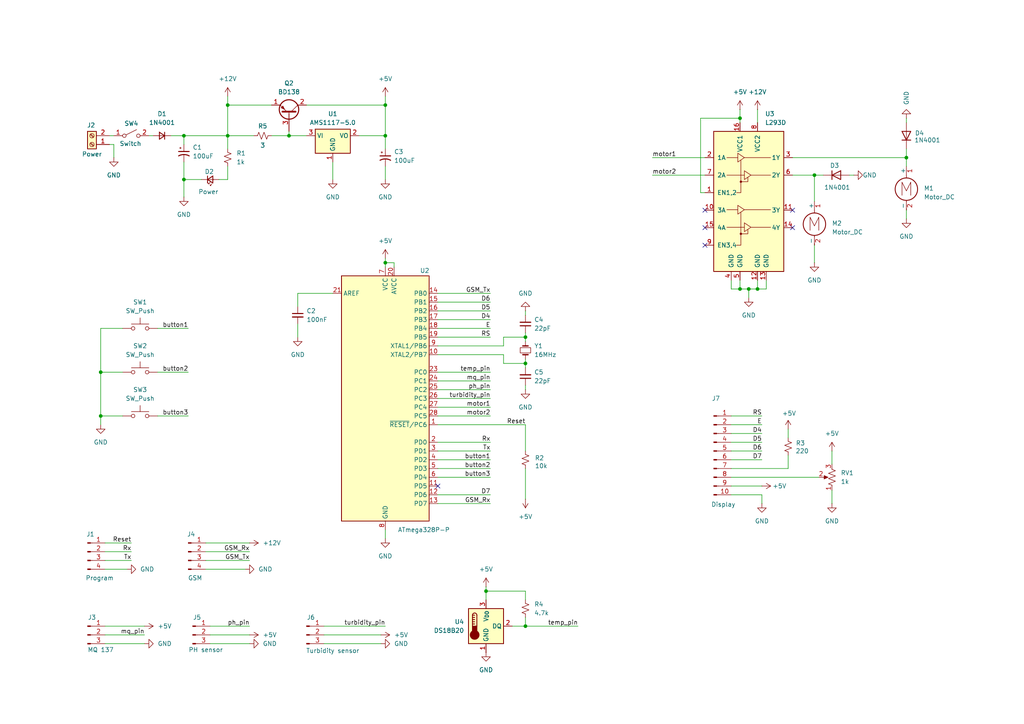
<source format=kicad_sch>
(kicad_sch (version 20231120) (generator "eeschema") (generator_version "8.0")
  (paper "A4")
  (lib_symbols
    (symbol "Connector:Conn_01x03_Pin" (pin_names (offset 1.016) hide)
      (property "Reference" "J" (at 0 5.08 0))
      (property "Value" "Conn_01x03_Pin" (at 0 -5.08 0))
      (symbol "Conn_01x03_Pin_1_1"
        (polyline (pts (xy 1.27 -2.54) (xy 0.8636 -2.54)) (stroke (width 0.1524)))
        (polyline (pts (xy 1.27 0) (xy 0.8636 0)) (stroke (width 0.1524)))
        (polyline (pts (xy 1.27 2.54) (xy 0.8636 2.54)) (stroke (width 0.1524)))
        (rectangle (start 0.8636 -2.413) (end 0 -2.667) (stroke (width 0.1524)) (fill (type outline)))
        (rectangle (start 0.8636 0.127) (end 0 -0.127) (stroke (width 0.1524)) (fill (type outline)))
        (rectangle (start 0.8636 2.667) (end 0 2.413) (stroke (width 0.1524)) (fill (type outline)))
        (pin passive line (at 5.08 2.54 180) (length 3.81) (name "Pin_1") (number "1"))
        (pin passive line (at 5.08 0 180) (length 3.81) (name "Pin_2") (number "2"))
        (pin passive line (at 5.08 -2.54 180) (length 3.81) (name "Pin_3") (number "3"))
      )
    )
    (symbol "Connector:Conn_01x04_Pin" (pin_names (offset 1.016) hide)
      (property "Reference" "J" (at 0 5.08 0))
      (property "Value" "Conn_01x04_Pin" (at 0 -7.62 0))
      (symbol "Conn_01x04_Pin_1_1"
        (polyline (pts (xy 1.27 -5.08) (xy 0.8636 -5.08)) (stroke (width 0.1524)))
        (polyline (pts (xy 1.27 -2.54) (xy 0.8636 -2.54)) (stroke (width 0.1524)))
        (polyline (pts (xy 1.27 0) (xy 0.8636 0)) (stroke (width 0.1524)))
        (polyline (pts (xy 1.27 2.54) (xy 0.8636 2.54)) (stroke (width 0.1524)))
        (rectangle (start 0.8636 -4.953) (end 0 -5.207) (stroke (width 0.1524)) (fill (type outline)))
        (rectangle (start 0.8636 -2.413) (end 0 -2.667) (stroke (width 0.1524)) (fill (type outline)))
        (rectangle (start 0.8636 0.127) (end 0 -0.127) (stroke (width 0.1524)) (fill (type outline)))
        (rectangle (start 0.8636 2.667) (end 0 2.413) (stroke (width 0.1524)) (fill (type outline)))
        (pin passive line (at 5.08 2.54 180) (length 3.81) (name "Pin_1") (number "1"))
        (pin passive line (at 5.08 0 180) (length 3.81) (name "Pin_2") (number "2"))
        (pin passive line (at 5.08 -2.54 180) (length 3.81) (name "Pin_3") (number "3"))
        (pin passive line (at 5.08 -5.08 180) (length 3.81) (name "Pin_4") (number "4"))
      )
    )
    (symbol "Connector:Conn_01x10_Pin" (pin_names (offset 1.016) hide)
      (property "Reference" "J" (at 0 12.7 0))
      (property "Value" "Conn_01x10_Pin" (at 0 -15.24 0))
      (symbol "Conn_01x10_Pin_1_1"
        (polyline (pts (xy 1.27 -12.7) (xy 0.8636 -12.7)) (stroke (width 0.1524)))
        (polyline (pts (xy 1.27 -10.16) (xy 0.8636 -10.16)) (stroke (width 0.1524)))
        (polyline (pts (xy 1.27 -7.62) (xy 0.8636 -7.62)) (stroke (width 0.1524)))
        (polyline (pts (xy 1.27 -5.08) (xy 0.8636 -5.08)) (stroke (width 0.1524)))
        (polyline (pts (xy 1.27 -2.54) (xy 0.8636 -2.54)) (stroke (width 0.1524)))
        (polyline (pts (xy 1.27 0) (xy 0.8636 0)) (stroke (width 0.1524)))
        (polyline (pts (xy 1.27 2.54) (xy 0.8636 2.54)) (stroke (width 0.1524)))
        (polyline (pts (xy 1.27 5.08) (xy 0.8636 5.08)) (stroke (width 0.1524)))
        (polyline (pts (xy 1.27 7.62) (xy 0.8636 7.62)) (stroke (width 0.1524)))
        (polyline (pts (xy 1.27 10.16) (xy 0.8636 10.16)) (stroke (width 0.1524)))
        (rectangle (start 0.8636 -12.573) (end 0 -12.827) (stroke (width 0.1524)) (fill (type outline)))
        (rectangle (start 0.8636 -10.033) (end 0 -10.287) (stroke (width 0.1524)) (fill (type outline)))
        (rectangle (start 0.8636 -7.493) (end 0 -7.747) (stroke (width 0.1524)) (fill (type outline)))
        (rectangle (start 0.8636 -4.953) (end 0 -5.207) (stroke (width 0.1524)) (fill (type outline)))
        (rectangle (start 0.8636 -2.413) (end 0 -2.667) (stroke (width 0.1524)) (fill (type outline)))
        (rectangle (start 0.8636 0.127) (end 0 -0.127) (stroke (width 0.1524)) (fill (type outline)))
        (rectangle (start 0.8636 2.667) (end 0 2.413) (stroke (width 0.1524)) (fill (type outline)))
        (rectangle (start 0.8636 5.207) (end 0 4.953) (stroke (width 0.1524)) (fill (type outline)))
        (rectangle (start 0.8636 7.747) (end 0 7.493) (stroke (width 0.1524)) (fill (type outline)))
        (rectangle (start 0.8636 10.287) (end 0 10.033) (stroke (width 0.1524)) (fill (type outline)))
        (pin passive line (at 5.08 10.16 180) (length 3.81) (name "Pin_1") (number "1"))
        (pin passive line (at 5.08 -12.7 180) (length 3.81) (name "Pin_10") (number "10"))
        (pin passive line (at 5.08 7.62 180) (length 3.81) (name "Pin_2") (number "2"))
        (pin passive line (at 5.08 5.08 180) (length 3.81) (name "Pin_3") (number "3"))
        (pin passive line (at 5.08 2.54 180) (length 3.81) (name "Pin_4") (number "4"))
        (pin passive line (at 5.08 0 180) (length 3.81) (name "Pin_5") (number "5"))
        (pin passive line (at 5.08 -2.54 180) (length 3.81) (name "Pin_6") (number "6"))
        (pin passive line (at 5.08 -5.08 180) (length 3.81) (name "Pin_7") (number "7"))
        (pin passive line (at 5.08 -7.62 180) (length 3.81) (name "Pin_8") (number "8"))
        (pin passive line (at 5.08 -10.16 180) (length 3.81) (name "Pin_9") (number "9"))
      )
    )
    (symbol "Connector:Screw_Terminal_01x02" (pin_names (offset 1.016) hide)
      (property "Reference" "J" (at 0 2.54 0))
      (property "Value" "Screw_Terminal_01x02" (at 0 -5.08 0))
      (symbol "Screw_Terminal_01x02_1_1"
        (rectangle (start -1.27 1.27) (end 1.27 -3.81) (stroke (width 0.254)) (fill (type background)))
        (circle (center 0 -2.54) (radius 0.635) (stroke (width 0.1524)))
        (polyline (pts (xy -0.5334 -2.2098) (xy 0.3302 -3.048)) (stroke (width 0.1524)))
        (polyline (pts (xy -0.5334 0.3302) (xy 0.3302 -0.508)) (stroke (width 0.1524)))
        (polyline (pts (xy -0.3556 -2.032) (xy 0.508 -2.8702)) (stroke (width 0.1524)))
        (polyline (pts (xy -0.3556 0.508) (xy 0.508 -0.3302)) (stroke (width 0.1524)))
        (circle (center 0 0) (radius 0.635) (stroke (width 0.1524)))
        (pin passive line (at -5.08 0 0) (length 3.81) (name "Pin_1") (number "1"))
        (pin passive line (at -5.08 -2.54 0) (length 3.81) (name "Pin_2") (number "2"))
      )
    )
    (symbol "Device:C_Polarized_Small_US" (pin_numbers hide) (pin_names (offset 0.254) hide)
      (property "Reference" "C" (at 0.254 1.778 0))
      (property "Value" "C_Polarized_Small_US" (at 0.254 -2.032 0))
      (symbol "C_Polarized_Small_US_0_1"
        (polyline (pts (xy -1.524 0.508) (xy 1.524 0.508)) (stroke (width 0.3048)))
        (polyline (pts (xy -1.27 1.524) (xy -0.762 1.524)))
        (polyline (pts (xy -1.016 1.27) (xy -1.016 1.778)))
        (arc (start 1.524 -0.762) (mid 0 -0.3734) (end -1.524 -0.762) (stroke (width 0.3048)))
      )
      (symbol "C_Polarized_Small_US_1_1"
        (pin passive line (at 0 2.54 270) (length 2.032) (name "~") (number "1"))
        (pin passive line (at 0 -2.54 90) (length 2.032) (name "~") (number "2"))
      )
    )
    (symbol "Device:C_Small" (pin_numbers hide) (pin_names (offset 0.254) hide)
      (property "Reference" "C" (at 0.254 1.778 0))
      (property "Value" "C_Small" (at 0.254 -2.032 0))
      (symbol "C_Small_0_1"
        (polyline (pts (xy -1.524 -0.508) (xy 1.524 -0.508)) (stroke (width 0.3302)))
        (polyline (pts (xy -1.524 0.508) (xy 1.524 0.508)) (stroke (width 0.3048)))
      )
      (symbol "C_Small_1_1"
        (pin passive line (at 0 2.54 270) (length 2.032) (name "~") (number "1"))
        (pin passive line (at 0 -2.54 90) (length 2.032) (name "~") (number "2"))
      )
    )
    (symbol "Device:Crystal_Small" (pin_numbers hide) (pin_names (offset 1.016) hide)
      (property "Reference" "Y" (at 0 2.54 0))
      (property "Value" "Crystal_Small" (at 0 -2.54 0))
      (symbol "Crystal_Small_0_1"
        (rectangle (start -0.762 -1.524) (end 0.762 1.524))
        (polyline (pts (xy -1.27 -0.762) (xy -1.27 0.762)) (stroke (width 0.381)))
        (polyline (pts (xy 1.27 -0.762) (xy 1.27 0.762)) (stroke (width 0.381)))
      )
      (symbol "Crystal_Small_1_1"
        (pin passive line (at -2.54 0 0) (length 1.27) (name "1") (number "1"))
        (pin passive line (at 2.54 0 180) (length 1.27) (name "2") (number "2"))
      )
    )
    (symbol "Device:D_Small" (pin_numbers hide) (pin_names (offset 0.254) hide)
      (property "Reference" "D" (at -1.27 2.032 0))
      (property "Value" "D_Small" (at -3.81 -2.032 0))
      (symbol "D_Small_0_1"
        (polyline (pts (xy -0.762 -1.016) (xy -0.762 1.016)) (stroke (width 0.254)))
        (polyline (pts (xy -0.762 0) (xy 0.762 0)))
        (polyline (pts (xy 0.762 -1.016) (xy -0.762 0) (xy 0.762 1.016) (xy 0.762 -1.016)) (stroke (width 0.254)))
      )
      (symbol "D_Small_1_1"
        (pin passive line (at -2.54 0 0) (length 1.778) (name "K") (number "1"))
        (pin passive line (at 2.54 0 180) (length 1.778) (name "A") (number "2"))
      )
    )
    (symbol "Device:LED_Small" (pin_numbers hide) (pin_names (offset 0.254) hide)
      (property "Reference" "D" (at -1.27 3.175 0))
      (property "Value" "LED_Small" (at -4.445 -2.54 0))
      (symbol "LED_Small_0_1"
        (polyline (pts (xy -0.762 -1.016) (xy -0.762 1.016)) (stroke (width 0.254)))
        (polyline (pts (xy 1.016 0) (xy -0.762 0)))
        (polyline (pts (xy 0.762 -1.016) (xy -0.762 0) (xy 0.762 1.016) (xy 0.762 -1.016)) (stroke (width 0.254)))
        (polyline (pts (xy 0 0.762) (xy -0.508 1.27) (xy -0.254 1.27) (xy -0.508 1.27) (xy -0.508 1.016)))
        (polyline (pts (xy 0.508 1.27) (xy 0 1.778) (xy 0.254 1.778) (xy 0 1.778) (xy 0 1.524)))
      )
      (symbol "LED_Small_1_1"
        (pin passive line (at -2.54 0 0) (length 1.778) (name "K") (number "1"))
        (pin passive line (at 2.54 0 180) (length 1.778) (name "A") (number "2"))
      )
    )
    (symbol "Device:R_Potentiometer_US" (pin_names (offset 1.016) hide)
      (property "Reference" "RV" (at -4.445 0 90))
      (property "Value" "R_Potentiometer_US" (at -2.54 0 90))
      (symbol "R_Potentiometer_US_0_1"
        (polyline (pts (xy 0 -2.286) (xy 0 -2.54)))
        (polyline (pts (xy 0 2.54) (xy 0 2.286)))
        (polyline (pts (xy 2.54 0) (xy 1.524 0)))
        (polyline (pts (xy 1.143 0) (xy 2.286 0.508) (xy 2.286 -0.508) (xy 1.143 0)) (fill (type outline)))
        (polyline (pts (xy 0 -0.762) (xy 1.016 -1.143) (xy 0 -1.524) (xy -1.016 -1.905) (xy 0 -2.286)))
        (polyline (pts (xy 0 0.762) (xy 1.016 0.381) (xy 0 0) (xy -1.016 -0.381) (xy 0 -0.762)))
        (polyline (pts (xy 0 2.286) (xy 1.016 1.905) (xy 0 1.524) (xy -1.016 1.143) (xy 0 0.762)))
      )
      (symbol "R_Potentiometer_US_1_1"
        (pin passive line (at 0 3.81 270) (length 1.27) (name "1") (number "1"))
        (pin passive line (at 3.81 0 180) (length 1.27) (name "2") (number "2"))
        (pin passive line (at 0 -3.81 90) (length 1.27) (name "3") (number "3"))
      )
    )
    (symbol "Device:R_Small_US" (pin_numbers hide) (pin_names (offset 0.254) hide)
      (property "Reference" "R" (at 0.762 0.508 0))
      (property "Value" "R_Small_US" (at 0.762 -1.016 0))
      (symbol "R_Small_US_1_1"
        (polyline (pts (xy 0 0) (xy 1.016 -0.381) (xy 0 -0.762) (xy -1.016 -1.143) (xy 0 -1.524)))
        (polyline (pts (xy 0 1.524) (xy 1.016 1.143) (xy 0 0.762) (xy -1.016 0.381) (xy 0 0)))
        (pin passive line (at 0 2.54 270) (length 1.016) (name "~") (number "1"))
        (pin passive line (at 0 -2.54 90) (length 1.016) (name "~") (number "2"))
      )
    )
    (symbol "Diode:1N4001" (pin_numbers hide) (pin_names hide)
      (property "Reference" "D" (at 0 2.54 0))
      (property "Value" "1N4001" (at 0 -2.54 0))
      (symbol "1N4001_0_1"
        (polyline (pts (xy -1.27 1.27) (xy -1.27 -1.27)) (stroke (width 0.254)))
        (polyline (pts (xy 1.27 0) (xy -1.27 0)))
        (polyline (pts (xy 1.27 1.27) (xy 1.27 -1.27) (xy -1.27 0) (xy 1.27 1.27)) (stroke (width 0.254)))
      )
      (symbol "1N4001_1_1"
        (pin passive line (at -3.81 0 0) (length 2.54) (name "K") (number "1"))
        (pin passive line (at 3.81 0 180) (length 2.54) (name "A") (number "2"))
      )
    )
    (symbol "Driver_Motor:L293D" (pin_names (offset 1.016))
      (property "Reference" "U" (at -5.08 26.035 0))
      (property "Value" "L293D" (at -5.08 24.13 0))
      (symbol "L293D_0_1"
        (rectangle (start -10.16 22.86) (end 10.16 -17.78) (stroke (width 0.254)) (fill (type background)))
        (circle (center -2.286 -6.858) (radius 0.254) (fill (type outline)))
        (circle (center -2.286 8.255) (radius 0.254) (fill (type outline)))
        (polyline (pts (xy -6.35 -4.953) (xy -1.27 -4.953)))
        (polyline (pts (xy -6.35 0.127) (xy -3.175 0.127)))
        (polyline (pts (xy -6.35 10.16) (xy -1.27 10.16)))
        (polyline (pts (xy -6.35 15.24) (xy -3.175 15.24)))
        (polyline (pts (xy -1.27 0.127) (xy 6.35 0.127)))
        (polyline (pts (xy -1.27 15.24) (xy 6.35 15.24)))
        (polyline (pts (xy 0.635 -4.953) (xy 6.35 -4.953)))
        (polyline (pts (xy 0.635 10.16) (xy 6.35 10.16)))
        (polyline (pts (xy -2.286 -6.858) (xy -0.254 -6.858) (xy -0.254 -5.588)))
        (polyline (pts (xy -2.286 -0.635) (xy -2.286 -10.16) (xy -3.556 -10.16)))
        (polyline (pts (xy -2.286 8.255) (xy -0.254 8.255) (xy -0.254 9.525)))
        (polyline (pts (xy -2.286 14.478) (xy -2.286 5.08) (xy -3.556 5.08)))
        (polyline (pts (xy -3.175 1.397) (xy -3.175 -1.143) (xy -1.27 0.127) (xy -3.175 1.397)))
        (polyline (pts (xy -3.175 16.51) (xy -3.175 13.97) (xy -1.27 15.24) (xy -3.175 16.51)))
        (polyline (pts (xy -1.27 -3.683) (xy -1.27 -6.223) (xy 0.635 -4.953) (xy -1.27 -3.683)))
        (polyline (pts (xy -1.27 11.43) (xy -1.27 8.89) (xy 0.635 10.16) (xy -1.27 11.43)))
      )
      (symbol "L293D_1_1"
        (pin input line (at -12.7 5.08 0) (length 2.54) (name "EN1,2") (number "1"))
        (pin input line (at -12.7 0 0) (length 2.54) (name "3A") (number "10"))
        (pin output line (at 12.7 0 180) (length 2.54) (name "3Y") (number "11"))
        (pin power_in line (at 2.54 -20.32 90) (length 2.54) (name "GND") (number "12"))
        (pin power_in line (at 5.08 -20.32 90) (length 2.54) (name "GND") (number "13"))
        (pin output line (at 12.7 -5.08 180) (length 2.54) (name "4Y") (number "14"))
        (pin input line (at -12.7 -5.08 0) (length 2.54) (name "4A") (number "15"))
        (pin power_in line (at -2.54 25.4 270) (length 2.54) (name "VCC1") (number "16"))
        (pin input line (at -12.7 15.24 0) (length 2.54) (name "1A") (number "2"))
        (pin output line (at 12.7 15.24 180) (length 2.54) (name "1Y") (number "3"))
        (pin power_in line (at -5.08 -20.32 90) (length 2.54) (name "GND") (number "4"))
        (pin power_in line (at -2.54 -20.32 90) (length 2.54) (name "GND") (number "5"))
        (pin output line (at 12.7 10.16 180) (length 2.54) (name "2Y") (number "6"))
        (pin input line (at -12.7 10.16 0) (length 2.54) (name "2A") (number "7"))
        (pin power_in line (at 2.54 25.4 270) (length 2.54) (name "VCC2") (number "8"))
        (pin input line (at -12.7 -10.16 0) (length 2.54) (name "EN3,4") (number "9"))
      )
    )
    (symbol "MCU_Microchip_ATmega:ATmega328P-P"
      (property "Reference" "U" (at -12.7 36.83 0))
      (property "Value" "ATmega328P-P" (at 2.54 -36.83 0))
      (symbol "ATmega328P-P_0_1"
        (rectangle (start -12.7 -35.56) (end 12.7 35.56) (stroke (width 0.254)) (fill (type background)))
      )
      (symbol "ATmega328P-P_1_1"
        (pin bidirectional line (at 15.24 -7.62 180) (length 2.54) (name "~{RESET}/PC6") (number "1"))
        (pin bidirectional line (at 15.24 12.7 180) (length 2.54) (name "XTAL2/PB7") (number "10"))
        (pin bidirectional line (at 15.24 -25.4 180) (length 2.54) (name "PD5") (number "11"))
        (pin bidirectional line (at 15.24 -27.94 180) (length 2.54) (name "PD6") (number "12"))
        (pin bidirectional line (at 15.24 -30.48 180) (length 2.54) (name "PD7") (number "13"))
        (pin bidirectional line (at 15.24 30.48 180) (length 2.54) (name "PB0") (number "14"))
        (pin bidirectional line (at 15.24 27.94 180) (length 2.54) (name "PB1") (number "15"))
        (pin bidirectional line (at 15.24 25.4 180) (length 2.54) (name "PB2") (number "16"))
        (pin bidirectional line (at 15.24 22.86 180) (length 2.54) (name "PB3") (number "17"))
        (pin bidirectional line (at 15.24 20.32 180) (length 2.54) (name "PB4") (number "18"))
        (pin bidirectional line (at 15.24 17.78 180) (length 2.54) (name "PB5") (number "19"))
        (pin bidirectional line (at 15.24 -12.7 180) (length 2.54) (name "PD0") (number "2"))
        (pin power_in line (at 2.54 38.1 270) (length 2.54) (name "AVCC") (number "20"))
        (pin passive line (at -15.24 30.48 0) (length 2.54) (name "AREF") (number "21"))
        (pin passive line (at 0 -38.1 90) (length 2.54) hide (name "GND") (number "22"))
        (pin bidirectional line (at 15.24 7.62 180) (length 2.54) (name "PC0") (number "23"))
        (pin bidirectional line (at 15.24 5.08 180) (length 2.54) (name "PC1") (number "24"))
        (pin bidirectional line (at 15.24 2.54 180) (length 2.54) (name "PC2") (number "25"))
        (pin bidirectional line (at 15.24 0 180) (length 2.54) (name "PC3") (number "26"))
        (pin bidirectional line (at 15.24 -2.54 180) (length 2.54) (name "PC4") (number "27"))
        (pin bidirectional line (at 15.24 -5.08 180) (length 2.54) (name "PC5") (number "28"))
        (pin bidirectional line (at 15.24 -15.24 180) (length 2.54) (name "PD1") (number "3"))
        (pin bidirectional line (at 15.24 -17.78 180) (length 2.54) (name "PD2") (number "4"))
        (pin bidirectional line (at 15.24 -20.32 180) (length 2.54) (name "PD3") (number "5"))
        (pin bidirectional line (at 15.24 -22.86 180) (length 2.54) (name "PD4") (number "6"))
        (pin power_in line (at 0 38.1 270) (length 2.54) (name "VCC") (number "7"))
        (pin power_in line (at 0 -38.1 90) (length 2.54) (name "GND") (number "8"))
        (pin bidirectional line (at 15.24 15.24 180) (length 2.54) (name "XTAL1/PB6") (number "9"))
      )
    )
    (symbol "Motor:Motor_DC" (pin_names (offset 0))
      (property "Reference" "M" (at 2.54 2.54 0))
      (property "Value" "Motor_DC" (at 2.54 -5.08 0))
      (symbol "Motor_DC_0_0"
        (polyline (pts (xy -1.27 -3.302) (xy -1.27 0.508) (xy 0 -2.032) (xy 1.27 0.508) (xy 1.27 -3.302)))
      )
      (symbol "Motor_DC_0_1"
        (circle (center 0 -1.524) (radius 3.2512) (stroke (width 0.254)))
        (polyline (pts (xy 0 -7.62) (xy 0 -7.112)))
        (polyline (pts (xy 0 -4.7752) (xy 0 -5.1816)))
        (polyline (pts (xy 0 1.7272) (xy 0 2.0828)))
        (polyline (pts (xy 0 2.032) (xy 0 2.54)))
      )
      (symbol "Motor_DC_1_1"
        (pin passive line (at 0 5.08 270) (length 2.54) (name "+") (number "1"))
        (pin passive line (at 0 -7.62 90) (length 2.54) (name "-") (number "2"))
      )
    )
    (symbol "Regulator_Linear:AMS1117-5.0"
      (property "Reference" "U" (at -3.81 3.175 0))
      (property "Value" "AMS1117-5.0" (at 0 3.175 0))
      (symbol "AMS1117-5.0_0_1"
        (rectangle (start -5.08 -5.08) (end 5.08 1.905) (stroke (width 0.254)) (fill (type background)))
      )
      (symbol "AMS1117-5.0_1_1"
        (pin power_in line (at 0 -7.62 90) (length 2.54) (name "GND") (number "1"))
        (pin power_out line (at 7.62 0 180) (length 2.54) (name "VO") (number "2"))
        (pin power_in line (at -7.62 0 0) (length 2.54) (name "VI") (number "3"))
      )
    )
    (symbol "Sensor_Temperature:DS18B20"
      (property "Reference" "U" (at -3.81 6.35 0))
      (property "Value" "DS18B20" (at 6.35 6.35 0))
      (symbol "DS18B20_0_1"
        (rectangle (start -5.08 5.08) (end 5.08 -5.08) (stroke (width 0.254)) (fill (type background)))
        (circle (center -3.302 -2.54) (radius 1.27) (stroke (width 0.254)) (fill (type outline)))
        (rectangle (start -2.667 -1.905) (end -3.937 0) (stroke (width 0.254)) (fill (type outline)))
        (arc (start -2.667 3.175) (mid -3.302 3.8073) (end -3.937 3.175) (stroke (width 0.254)))
        (polyline (pts (xy -3.937 0.635) (xy -3.302 0.635)) (stroke (width 0.254)))
        (polyline (pts (xy -3.937 1.27) (xy -3.302 1.27)) (stroke (width 0.254)))
        (polyline (pts (xy -3.937 1.905) (xy -3.302 1.905)) (stroke (width 0.254)))
        (polyline (pts (xy -3.937 2.54) (xy -3.302 2.54)) (stroke (width 0.254)))
        (polyline (pts (xy -3.937 3.175) (xy -3.937 0)) (stroke (width 0.254)))
        (polyline (pts (xy -3.937 3.175) (xy -3.302 3.175)) (stroke (width 0.254)))
        (polyline (pts (xy -2.667 3.175) (xy -2.667 0)) (stroke (width 0.254)))
      )
      (symbol "DS18B20_1_1"
        (pin power_in line (at 0 -7.62 90) (length 2.54) (name "GND") (number "1"))
        (pin bidirectional line (at 7.62 0 180) (length 2.54) (name "DQ") (number "2"))
        (pin power_in line (at 0 7.62 270) (length 2.54) (name "V_{DD}") (number "3"))
      )
    )
    (symbol "Switch:SW_Push" (pin_numbers hide) (pin_names (offset 1.016) hide)
      (property "Reference" "SW" (at 1.27 2.54 0))
      (property "Value" "SW_Push" (at 0 -1.524 0))
      (symbol "SW_Push_0_1"
        (circle (center -2.032 0) (radius 0.508))
        (polyline (pts (xy 0 1.27) (xy 0 3.048)))
        (polyline (pts (xy 2.54 1.27) (xy -2.54 1.27)))
        (circle (center 2.032 0) (radius 0.508))
        (pin passive line (at -5.08 0 0) (length 2.54) (name "1") (number "1"))
        (pin passive line (at 5.08 0 180) (length 2.54) (name "2") (number "2"))
      )
    )
    (symbol "Switch:SW_SPST" (pin_names (offset 0) hide)
      (property "Reference" "SW" (at 0 3.175 0))
      (property "Value" "SW_SPST" (at 0 -2.54 0))
      (symbol "SW_SPST_0_0"
        (circle (center -2.032 0) (radius 0.508))
        (polyline (pts (xy -1.524 0.254) (xy 1.524 1.778)))
        (circle (center 2.032 0) (radius 0.508))
      )
      (symbol "SW_SPST_1_1"
        (pin passive line (at -5.08 0 0) (length 2.54) (name "A") (number "1"))
        (pin passive line (at 5.08 0 180) (length 2.54) (name "B") (number "2"))
      )
    )
    (symbol "Transistor_BJT:BD138" (pin_names (offset 0) hide)
      (property "Reference" "Q" (at 5.08 1.905 0))
      (property "Value" "BD138" (at 5.08 0 0))
      (symbol "BD138_0_1"
        (polyline (pts (xy 0 0) (xy 0.635 0)))
        (polyline (pts (xy 2.54 -2.54) (xy 0.635 -0.635)))
        (polyline (pts (xy 2.54 2.54) (xy 0.635 0.635)))
        (polyline (pts (xy 0.635 1.905) (xy 0.635 -1.905) (xy 0.635 -1.905)) (stroke (width 0.508)) (fill (type outline)))
        (polyline (pts (xy 1.778 -2.286) (xy 2.286 -1.778) (xy 1.27 -1.27) (xy 1.778 -2.286) (xy 1.778 -2.286)) (fill (type outline)))
        (circle (center 1.27 0) (radius 2.8194) (stroke (width 0.3048)))
      )
      (symbol "BD138_1_1"
        (pin passive line (at 2.54 -5.08 90) (length 2.54) (name "E") (number "1"))
        (pin passive line (at 2.54 5.08 270) (length 2.54) (name "C") (number "2"))
        (pin input line (at -5.08 0 0) (length 5.08) (name "B") (number "3"))
      )
    )
    (symbol "power:+12V" (power) (pin_numbers hide) (pin_names (offset 0) hide)
      (property "Value" "+12V" (at 0 3.556 0))
      (symbol "+12V_0_1"
        (polyline (pts (xy -0.762 1.27) (xy 0 2.54)))
        (polyline (pts (xy 0 0) (xy 0 2.54)))
        (polyline (pts (xy 0 2.54) (xy 0.762 1.27)))
      )
      (symbol "+12V_1_1"
        (pin power_in line (at 0 0 90) (length 0) (name "~") (number "1"))
      )
    )
    (symbol "power:+5V" (power) (pin_numbers hide) (pin_names (offset 0) hide)
      (property "Value" "+5V" (at 0 3.556 0))
      (symbol "+5V_0_1"
        (polyline (pts (xy -0.762 1.27) (xy 0 2.54)))
        (polyline (pts (xy 0 0) (xy 0 2.54)))
        (polyline (pts (xy 0 2.54) (xy 0.762 1.27)))
      )
      (symbol "+5V_1_1"
        (pin power_in line (at 0 0 90) (length 0) (name "~") (number "1"))
      )
    )
    (symbol "power:GND" (power) (pin_numbers hide) (pin_names (offset 0) hide)
      (property "Value" "GND" (at 0 -3.81 0))
      (symbol "GND_0_1"
        (polyline (pts (xy 0 0) (xy 0 -1.27) (xy 1.27 -1.27) (xy 0 -2.54) (xy -1.27 -1.27) (xy 0 -1.27)))
      )
      (symbol "GND_1_1"
        (pin power_in line (at 0 0 270) (length 0) (name "~") (number "1"))
      )
    )
  )
  (junction (at 66.04 39.37))
  (junction (at 111.76 76.2))
  (junction (at 53.34 39.37))
  (junction (at 214.63 83.82))
  (junction (at 111.76 30.48))
  (junction (at 262.89 45.72))
  (junction (at 66.04 30.48))
  (junction (at 29.21 107.95))
  (junction (at 152.4 105.41))
  (junction (at 152.4 181.61))
  (junction (at 29.21 120.65))
  (junction (at 83.82 39.37))
  (junction (at 236.22 50.8))
  (junction (at 214.63 34.29))
  (junction (at 217.17 83.82))
  (junction (at 152.4 97.79))
  (junction (at 140.97 171.45))
  (junction (at 219.71 83.82))
  (junction (at 53.34 52.07))
  (junction (at 111.76 39.37))
  (no_connect (at 204.47 66.04))
  (no_connect (at 204.47 60.96))
  (no_connect (at 229.87 66.04))
  (no_connect (at 204.47 71.12))
  (no_connect (at 229.87 60.96))
  (no_connect (at 127 140.97))
  (wire (pts (xy 127 123.19) (xy 152.4 123.19)))
  (wire (pts (xy 127 138.43) (xy 142.24 138.43)))
  (wire (pts (xy 59.69 162.56) (xy 72.39 162.56)))
  (wire (pts (xy 152.4 104.14) (xy 152.4 105.41)))
  (wire (pts (xy 53.34 39.37) (xy 53.34 41.91)))
  (wire (pts (xy 111.76 153.67) (xy 111.76 156.21)))
  (wire (pts (xy 214.63 81.28) (xy 214.63 83.82)))
  (wire (pts (xy 152.4 111.76) (xy 152.4 113.03)))
  (wire (pts (xy 219.71 81.28) (xy 219.71 83.82)))
  (wire (pts (xy 30.48 181.61) (xy 41.91 181.61)))
  (wire (pts (xy 59.69 165.1) (xy 71.12 165.1)))
  (wire (pts (xy 127 115.57) (xy 142.24 115.57)))
  (wire (pts (xy 83.82 38.1) (xy 83.82 39.37)))
  (wire (pts (xy 212.09 138.43) (xy 237.49 138.43)))
  (wire (pts (xy 127 133.35) (xy 142.24 133.35)))
  (wire (pts (xy 59.69 160.02) (xy 72.39 160.02)))
  (wire (pts (xy 30.48 157.48) (xy 38.1 157.48)))
  (wire (pts (xy 60.96 184.15) (xy 72.39 184.15)))
  (wire (pts (xy 220.98 143.51) (xy 212.09 143.51)))
  (wire (pts (xy 53.34 39.37) (xy 66.04 39.37)))
  (wire (pts (xy 212.09 140.97) (xy 220.98 140.97)))
  (wire (pts (xy 127 92.71) (xy 142.24 92.71)))
  (wire (pts (xy 241.3 142.24) (xy 241.3 146.05)))
  (wire (pts (xy 189.23 45.72) (xy 204.47 45.72)))
  (wire (pts (xy 29.21 95.25) (xy 29.21 107.95)))
  (wire (pts (xy 43.18 39.37) (xy 44.45 39.37)))
  (wire (pts (xy 241.3 130.81) (xy 241.3 134.62)))
  (wire (pts (xy 152.4 135.89) (xy 152.4 144.78)))
  (wire (pts (xy 29.21 120.65) (xy 35.56 120.65)))
  (wire (pts (xy 53.34 52.07) (xy 53.34 46.99)))
  (wire (pts (xy 212.09 128.27) (xy 220.98 128.27)))
  (wire (pts (xy 96.52 46.99) (xy 96.52 52.07)))
  (wire (pts (xy 127 143.51) (xy 142.24 143.51)))
  (wire (pts (xy 86.36 85.09) (xy 86.36 88.9)))
  (wire (pts (xy 140.97 170.18) (xy 140.97 171.45)))
  (wire (pts (xy 146.05 97.79) (xy 146.05 100.33)))
  (wire (pts (xy 60.96 181.61) (xy 72.39 181.61)))
  (wire (pts (xy 152.4 96.52) (xy 152.4 97.79)))
  (wire (pts (xy 53.34 52.07) (xy 53.34 57.15)))
  (wire (pts (xy 212.09 125.73) (xy 220.98 125.73)))
  (wire (pts (xy 262.89 34.29) (xy 262.89 35.56)))
  (wire (pts (xy 86.36 93.98) (xy 86.36 97.79)))
  (wire (pts (xy 104.14 39.37) (xy 111.76 39.37)))
  (wire (pts (xy 59.69 157.48) (xy 72.39 157.48)))
  (wire (pts (xy 30.48 186.69) (xy 41.91 186.69)))
  (wire (pts (xy 146.05 102.87) (xy 146.05 105.41)))
  (wire (pts (xy 111.76 48.26) (xy 111.76 52.07)))
  (wire (pts (xy 262.89 60.96) (xy 262.89 63.5)))
  (wire (pts (xy 114.3 76.2) (xy 111.76 76.2)))
  (wire (pts (xy 111.76 27.94) (xy 111.76 30.48)))
  (wire (pts (xy 127 107.95) (xy 142.24 107.95)))
  (wire (pts (xy 152.4 123.19) (xy 152.4 130.81)))
  (wire (pts (xy 60.96 186.69) (xy 72.39 186.69)))
  (wire (pts (xy 212.09 123.19) (xy 220.98 123.19)))
  (wire (pts (xy 222.25 81.28) (xy 222.25 83.82)))
  (wire (pts (xy 152.4 90.17) (xy 152.4 91.44)))
  (wire (pts (xy 30.48 160.02) (xy 38.1 160.02)))
  (wire (pts (xy 127 118.11) (xy 142.24 118.11)))
  (wire (pts (xy 127 130.81) (xy 142.24 130.81)))
  (wire (pts (xy 212.09 130.81) (xy 220.98 130.81)))
  (wire (pts (xy 31.75 41.91) (xy 33.02 41.91)))
  (wire (pts (xy 236.22 50.8) (xy 236.22 58.42)))
  (wire (pts (xy 58.42 52.07) (xy 53.34 52.07)))
  (wire (pts (xy 152.4 181.61) (xy 167.64 181.61)))
  (wire (pts (xy 127 97.79) (xy 142.24 97.79)))
  (wire (pts (xy 93.98 186.69) (xy 110.49 186.69)))
  (wire (pts (xy 83.82 39.37) (xy 88.9 39.37)))
  (wire (pts (xy 33.02 39.37) (xy 31.75 39.37)))
  (wire (pts (xy 127 95.25) (xy 142.24 95.25)))
  (wire (pts (xy 127 135.89) (xy 142.24 135.89)))
  (wire (pts (xy 228.6 127) (xy 228.6 124.46)))
  (wire (pts (xy 219.71 83.82) (xy 222.25 83.82)))
  (wire (pts (xy 30.48 184.15) (xy 41.91 184.15)))
  (wire (pts (xy 236.22 71.12) (xy 236.22 76.2)))
  (wire (pts (xy 127 146.05) (xy 142.24 146.05)))
  (wire (pts (xy 88.9 30.48) (xy 111.76 30.48)))
  (wire (pts (xy 96.52 85.09) (xy 86.36 85.09)))
  (wire (pts (xy 229.87 50.8) (xy 236.22 50.8)))
  (wire (pts (xy 220.98 146.05) (xy 220.98 143.51)))
  (wire (pts (xy 93.98 181.61) (xy 111.76 181.61)))
  (wire (pts (xy 189.23 50.8) (xy 204.47 50.8)))
  (wire (pts (xy 127 90.17) (xy 142.24 90.17)))
  (wire (pts (xy 29.21 107.95) (xy 29.21 120.65)))
  (wire (pts (xy 212.09 133.35) (xy 220.98 133.35)))
  (wire (pts (xy 127 87.63) (xy 142.24 87.63)))
  (wire (pts (xy 212.09 81.28) (xy 212.09 83.82)))
  (wire (pts (xy 204.47 55.88) (xy 203.2 55.88)))
  (wire (pts (xy 33.02 41.91) (xy 33.02 45.72)))
  (wire (pts (xy 45.72 120.65) (xy 54.61 120.65)))
  (wire (pts (xy 30.48 165.1) (xy 36.83 165.1)))
  (wire (pts (xy 203.2 55.88) (xy 203.2 34.29)))
  (wire (pts (xy 35.56 95.25) (xy 29.21 95.25)))
  (wire (pts (xy 152.4 97.79) (xy 152.4 99.06)))
  (wire (pts (xy 212.09 135.89) (xy 228.6 135.89)))
  (wire (pts (xy 45.72 95.25) (xy 54.61 95.25)))
  (wire (pts (xy 127 85.09) (xy 142.24 85.09)))
  (wire (pts (xy 127 120.65) (xy 142.24 120.65)))
  (wire (pts (xy 152.4 171.45) (xy 140.97 171.45)))
  (wire (pts (xy 127 113.03) (xy 142.24 113.03)))
  (wire (pts (xy 111.76 76.2) (xy 111.76 74.93)))
  (wire (pts (xy 45.72 107.95) (xy 54.61 107.95)))
  (wire (pts (xy 217.17 83.82) (xy 219.71 83.82)))
  (wire (pts (xy 66.04 39.37) (xy 66.04 43.18)))
  (wire (pts (xy 247.65 50.8) (xy 246.38 50.8)))
  (wire (pts (xy 236.22 50.8) (xy 238.76 50.8)))
  (wire (pts (xy 203.2 34.29) (xy 214.63 34.29)))
  (wire (pts (xy 152.4 179.07) (xy 152.4 181.61)))
  (wire (pts (xy 29.21 107.95) (xy 35.56 107.95)))
  (wire (pts (xy 152.4 97.79) (xy 146.05 97.79)))
  (wire (pts (xy 66.04 39.37) (xy 73.66 39.37)))
  (wire (pts (xy 93.98 184.15) (xy 110.49 184.15)))
  (wire (pts (xy 111.76 76.2) (xy 111.76 77.47)))
  (wire (pts (xy 66.04 30.48) (xy 78.74 30.48)))
  (wire (pts (xy 63.5 52.07) (xy 66.04 52.07)))
  (wire (pts (xy 29.21 120.65) (xy 29.21 123.19)))
  (wire (pts (xy 229.87 45.72) (xy 262.89 45.72)))
  (wire (pts (xy 30.48 162.56) (xy 38.1 162.56)))
  (wire (pts (xy 146.05 100.33) (xy 127 100.33)))
  (wire (pts (xy 214.63 34.29) (xy 214.63 35.56)))
  (wire (pts (xy 66.04 30.48) (xy 66.04 39.37)))
  (wire (pts (xy 49.53 39.37) (xy 53.34 39.37)))
  (wire (pts (xy 152.4 105.41) (xy 152.4 106.68)))
  (wire (pts (xy 212.09 83.82) (xy 214.63 83.82)))
  (wire (pts (xy 111.76 39.37) (xy 111.76 43.18)))
  (wire (pts (xy 127 110.49) (xy 142.24 110.49)))
  (wire (pts (xy 219.71 31.75) (xy 219.71 35.56)))
  (wire (pts (xy 212.09 120.65) (xy 220.98 120.65)))
  (wire (pts (xy 146.05 105.41) (xy 152.4 105.41)))
  (wire (pts (xy 228.6 135.89) (xy 228.6 132.08)))
  (wire (pts (xy 140.97 171.45) (xy 140.97 173.99)))
  (wire (pts (xy 217.17 86.36) (xy 217.17 83.82)))
  (wire (pts (xy 111.76 30.48) (xy 111.76 39.37)))
  (wire (pts (xy 66.04 27.94) (xy 66.04 30.48)))
  (wire (pts (xy 127 128.27) (xy 142.24 128.27)))
  (wire (pts (xy 78.74 39.37) (xy 83.82 39.37)))
  (wire (pts (xy 127 102.87) (xy 146.05 102.87)))
  (wire (pts (xy 114.3 77.47) (xy 114.3 76.2)))
  (wire (pts (xy 214.63 83.82) (xy 217.17 83.82)))
  (wire (pts (xy 262.89 45.72) (xy 262.89 48.26)))
  (wire (pts (xy 262.89 43.18) (xy 262.89 45.72)))
  (wire (pts (xy 152.4 181.61) (xy 148.59 181.61)))
  (wire (pts (xy 152.4 173.99) (xy 152.4 171.45)))
  (wire (pts (xy 66.04 52.07) (xy 66.04 48.26)))
  (wire (pts (xy 214.63 31.75) (xy 214.63 34.29)))
  (label "D4" (at 142.24 92.71 180))
  (label "button3" (at 54.61 120.65 180))
  (label "GSM_Rx" (at 72.39 160.02 180))
  (label "turbidity_pin" (at 111.76 181.61 180))
  (label "turbidity_pin" (at 142.24 115.57 180))
  (label "Rx" (at 142.24 128.27 180))
  (label "D6" (at 220.98 130.81 180))
  (label "button1" (at 54.61 95.25 180))
  (label "motor1" (at 189.23 45.72 0))
  (label "button2" (at 142.24 135.89 180))
  (label "motor2" (at 142.24 120.65 180))
  (label "Reset" (at 152.4 123.19 180))
  (label "GSM_Tx" (at 72.39 162.56 180))
  (label "Tx" (at 38.1 162.56 180))
  (label "button1" (at 142.24 133.35 180))
  (label "Tx" (at 142.24 130.81 180))
  (label "E" (at 220.98 123.19 180))
  (label "GSM_Rx" (at 142.24 146.05 180))
  (label "Rx" (at 38.1 160.02 180))
  (label "D7" (at 142.24 143.51 180))
  (label "D4" (at 220.98 125.73 180))
  (label "E" (at 142.24 95.25 180))
  (label "ph_pin" (at 72.39 181.61 180))
  (label "mq_pin" (at 142.24 110.49 180))
  (label "temp_pin" (at 167.64 181.61 180))
  (label "D5" (at 142.24 90.17 180))
  (label "motor2" (at 189.23 50.8 0))
  (label "mq_pin" (at 41.91 184.15 180))
  (label "D7" (at 220.98 133.35 180))
  (label "ph_pin" (at 142.24 113.03 180))
  (label "GSM_Tx" (at 142.24 85.09 180))
  (label "motor1" (at 142.24 118.11 180))
  (label "temp_pin" (at 142.24 107.95 180))
  (label "Reset" (at 38.1 157.48 180))
  (label "button3" (at 142.24 138.43 180))
  (label "button2" (at 54.61 107.95 180))
  (label "RS" (at 220.98 120.65 180))
  (label "D6" (at 142.24 87.63 180))
  (label "RS" (at 142.24 97.79 180))
  (label "D5" (at 220.98 128.27 180))
  (symbol (lib_id "Device:D_Small") (at 46.99 39.37 180) (unit 1)
    (property "Reference" "D1" (at 46.99 33.02 0))
    (property "Value" "1N4001" (at 46.99 35.56 0))
    (property "Footprint" "Diode_THT:D_A-405_P10.16mm_Horizontal" (effects (hide yes)))
    (property "Description" "Diode, small symbol" (effects (hide yes)))
    (property "Sim.Device" "D" (effects (hide yes)))
    (property "Sim.Pins" "1=K 2=A" (effects (hide yes)))
  )
  (symbol (lib_id "Connector:Conn_01x04_Pin") (at 54.61 160.02 0) (unit 1)
    (property "Reference" "J4" (at 56.642 154.94 0) (effects (justify right)))
    (property "Value" "GSM" (at 58.674 167.64 0) (effects (justify right)))
    (property "Footprint" "Connector_PinHeader_2.54mm:PinHeader_1x04_P2.54mm_Vertical" (effects (hide yes)))
    (property "Description" "Generic connector, single row, 01x04, script generated" (effects (hide yes)))
  )
  (symbol (lib_id "power:+5V") (at 241.3 130.81 0) (unit 1)
    (property "Reference" "#PWR024" (effects (hide yes)))
    (property "Value" "+5V" (at 241.3 125.73 0))
    (property "Description" "Power symbol creates a global label with name \"+5V\"" (effects (hide yes)))
  )
  (symbol (lib_id "power:GND") (at 111.76 156.21 0) (unit 1)
    (property "Reference" "#PWR010" (effects (hide yes)))
    (property "Value" "GND" (at 111.76 161.29 0))
    (property "Description" "Power symbol creates a global label with name \"GND\" , ground" (effects (hide yes)))
  )
  (symbol (lib_id "power:GND") (at 140.97 189.23 0) (unit 1)
    (property "Reference" "#PWR034" (effects (hide yes)))
    (property "Value" "GND" (at 140.97 194.31 0))
    (property "Description" "Power symbol creates a global label with name \"GND\" , ground" (effects (hide yes)))
  )
  (symbol (lib_id "Switch:SW_Push") (at 40.64 120.65 0) (unit 1)
    (property "Reference" "SW3" (at 40.64 113.03 0))
    (property "Value" "SW_Push" (at 40.64 115.57 0))
    (property "Footprint" "TestPoint:TestPoint_2Pads_Pitch2.54mm_Drill0.8mm" (effects (hide yes)))
    (property "Description" "Push button switch, generic, two pins" (effects (hide yes)))
  )
  (symbol (lib_id "Connector:Conn_01x10_Pin") (at 207.01 130.81 0) (unit 1)
    (property "Reference" "J7" (at 207.645 115.57 0))
    (property "Value" "Display" (at 209.804 146.304 0))
    (property "Footprint" "Connector_PinHeader_2.54mm:PinHeader_1x10_P2.54mm_Vertical" (effects (hide yes)))
    (property "Description" "Generic connector, single row, 01x10, script generated" (effects (hide yes)))
  )
  (symbol (lib_id "Switch:SW_Push") (at 40.64 95.25 0) (unit 1)
    (property "Reference" "SW1" (at 40.64 87.63 0))
    (property "Value" "SW_Push" (at 40.64 90.17 0))
    (property "Footprint" "TestPoint:TestPoint_2Pads_Pitch2.54mm_Drill0.8mm" (effects (hide yes)))
    (property "Description" "Push button switch, generic, two pins" (effects (hide yes)))
  )
  (symbol (lib_id "power:+5V") (at 152.4 144.78 180) (unit 1)
    (property "Reference" "#PWR015" (effects (hide yes)))
    (property "Value" "+5V" (at 152.4 149.86 0))
    (property "Description" "Power symbol creates a global label with name \"+5V\"" (effects (hide yes)))
  )
  (symbol (lib_id "Device:R_Potentiometer_US") (at 241.3 138.43 180) (unit 1)
    (property "Reference" "RV1" (at 243.84 137.1599 0) (effects (justify right)))
    (property "Value" "1k" (at 243.84 139.6999 0) (effects (justify right)))
    (property "Footprint" "Potentiometer_THT:Potentiometer_Runtron_RM-065_Vertical" (effects (hide yes)))
    (property "Description" "Potentiometer, US symbol" (effects (hide yes)))
  )
  (symbol (lib_id "Device:R_Small_US") (at 152.4 133.35 0) (unit 1)
    (property "Reference" "R2" (at 156.464 132.842 0))
    (property "Value" "10k" (at 156.972 135.128 0))
    (property "Footprint" "Resistor_THT:R_Axial_DIN0207_L6.3mm_D2.5mm_P10.16mm_Horizontal" (effects (hide yes)))
    (property "Description" "Resistor, small US symbol" (effects (hide yes)))
  )
  (symbol (lib_id "Device:R_Small_US") (at 76.2 39.37 90) (unit 1)
    (property "Reference" "R5" (at 76.2 36.576 90))
    (property "Value" "3" (at 76.2 42.164 90))
    (property "Footprint" "Resistor_THT:R_Axial_DIN0207_L6.3mm_D2.5mm_P10.16mm_Horizontal" (effects (hide yes)))
    (property "Description" "Resistor, small US symbol" (effects (hide yes)))
  )
  (symbol (lib_id "power:GND") (at 36.83 165.1 90) (unit 1)
    (property "Reference" "#PWR03" (effects (hide yes)))
    (property "Value" "GND" (at 40.64 165.0999 90) (effects (justify right)))
    (property "Description" "Power symbol creates a global label with name \"GND\" , ground" (effects (hide yes)))
  )
  (symbol (lib_id "Device:C_Small") (at 152.4 93.98 180) (unit 1)
    (property "Reference" "C4" (at 154.94 92.7035 0) (effects (justify right)))
    (property "Value" "22pF" (at 154.94 95.2435 0) (effects (justify right)))
    (property "Footprint" "Capacitor_THT:C_Disc_D3.0mm_W1.6mm_P2.50mm" (effects (hide yes)))
    (property "Description" "Unpolarized capacitor, small symbol" (effects (hide yes)))
  )
  (symbol (lib_id "power:GND") (at 152.4 113.03 0) (unit 1)
    (property "Reference" "#PWR014" (effects (hide yes)))
    (property "Value" "GND" (at 152.4 118.11 0))
    (property "Description" "Power symbol creates a global label with name \"GND\" , ground" (effects (hide yes)))
  )
  (symbol (lib_id "power:+5V") (at 140.97 170.18 0) (unit 1)
    (property "Reference" "#PWR035" (effects (hide yes)))
    (property "Value" "+5V" (at 140.97 165.1 0))
    (property "Description" "Power symbol creates a global label with name \"+5V\"" (effects (hide yes)))
  )
  (symbol (lib_id "Driver_Motor:L293D") (at 217.17 60.96 0) (unit 1)
    (property "Reference" "U3" (at 221.9041 33.02 0) (effects (justify left)))
    (property "Value" "L293D" (at 221.9041 35.56 0) (effects (justify left)))
    (property "Footprint" "Package_DIP:DIP-16_W7.62mm_Socket_LongPads" (effects (hide yes)))
    (property "Datasheet" "http://www.ti.com/lit/ds/symlink/l293.pdf" (effects (hide yes)))
    (property "Description" "Quadruple Half-H Drivers" (effects (hide yes)))
  )
  (symbol (lib_id "power:+5V") (at 111.76 74.93 0) (unit 1)
    (property "Reference" "#PWR09" (effects (hide yes)))
    (property "Value" "+5V" (at 111.76 69.85 0))
    (property "Description" "Power symbol creates a global label with name \"+5V\"" (effects (hide yes)))
  )
  (symbol (lib_id "power:GND") (at 241.3 146.05 0) (unit 1)
    (property "Reference" "#PWR025" (effects (hide yes)))
    (property "Value" "GND" (at 241.3 151.13 0))
    (property "Description" "Power symbol creates a global label with name \"GND\" , ground" (effects (hide yes)))
  )
  (symbol (lib_id "power:GND") (at 262.89 34.29 180) (unit 1)
    (property "Reference" "#PWR039" (effects (hide yes)))
    (property "Value" "GND" (at 262.8899 30.48 90) (effects (justify right)))
    (property "Description" "Power symbol creates a global label with name \"GND\" , ground" (effects (hide yes)))
  )
  (symbol (lib_id "power:GND") (at 262.89 63.5 0) (unit 1)
    (property "Reference" "#PWR037" (effects (hide yes)))
    (property "Value" "GND" (at 262.89 68.58 0))
    (property "Description" "Power symbol creates a global label with name \"GND\" , ground" (effects (hide yes)))
  )
  (symbol (lib_id "Device:C_Small") (at 152.4 109.22 180) (unit 1)
    (property "Reference" "C5" (at 154.94 107.9435 0) (effects (justify right)))
    (property "Value" "22pF" (at 154.94 110.4835 0) (effects (justify right)))
    (property "Footprint" "Capacitor_THT:C_Disc_D3.0mm_W1.6mm_P2.50mm" (effects (hide yes)))
    (property "Description" "Unpolarized capacitor, small symbol" (effects (hide yes)))
  )
  (symbol (lib_id "Device:R_Small_US") (at 152.4 176.53 0) (unit 1)
    (property "Reference" "R4" (at 154.94 175.2599 0) (effects (justify left)))
    (property "Value" "4.7k" (at 154.94 177.7999 0) (effects (justify left)))
    (property "Footprint" "Resistor_THT:R_Axial_DIN0207_L6.3mm_D2.5mm_P10.16mm_Horizontal" (effects (hide yes)))
    (property "Description" "Resistor, small US symbol" (effects (hide yes)))
  )
  (symbol (lib_id "power:GND") (at 217.17 86.36 0) (unit 1)
    (property "Reference" "#PWR021" (effects (hide yes)))
    (property "Value" "GND" (at 217.17 91.44 0))
    (property "Description" "Power symbol creates a global label with name \"GND\" , ground" (effects (hide yes)))
  )
  (symbol (lib_id "power:+5V") (at 228.6 124.46 0) (unit 1)
    (property "Reference" "#PWR040" (effects (hide yes)))
    (property "Value" "+5V" (at 226.822 119.888 0) (effects (justify left)))
    (property "Description" "Power symbol creates a global label with name \"+5V\"" (effects (hide yes)))
  )
  (symbol (lib_id "Device:R_Small_US") (at 228.6 129.54 180) (unit 1)
    (property "Reference" "R3" (at 232.156 128.524 0))
    (property "Value" "220" (at 232.664 130.81 0))
    (property "Footprint" "Resistor_THT:R_Axial_DIN0207_L6.3mm_D2.5mm_P10.16mm_Horizontal" (effects (hide yes)))
    (property "Description" "Resistor, small US symbol" (effects (hide yes)))
  )
  (symbol (lib_id "Device:LED_Small") (at 60.96 52.07 0) (mirror x) (unit 1)
    (property "Reference" "D2" (at 60.706 49.784 0))
    (property "Value" "Power" (at 60.452 55.626 0))
    (property "Footprint" "LED_THT:LED_D3.0mm" (effects (hide yes)))
    (property "Description" "Light emitting diode, small symbol" (effects (hide yes)))
  )
  (symbol (lib_id "power:+12V") (at 66.04 27.94 0) (unit 1)
    (property "Reference" "#PWR07" (effects (hide yes)))
    (property "Value" "+12V" (at 66.04 22.86 0))
    (property "Description" "Power symbol creates a global label with name \"+12V\"" (effects (hide yes)))
  )
  (symbol (lib_id "power:+5V") (at 72.39 157.48 270) (unit 1)
    (property "Reference" "#PWR029" (effects (hide yes)))
    (property "Value" "+12V" (at 76.2 157.4799 90) (effects (justify left)))
    (property "Description" "Power symbol creates a global label with name \"+5V\"" (effects (hide yes)))
  )
  (symbol (lib_id "Device:C_Small") (at 86.36 91.44 0) (unit 1)
    (property "Reference" "C2" (at 88.9 90.1762 0) (effects (justify left)))
    (property "Value" "100nF" (at 88.9 92.7162 0) (effects (justify left)))
    (property "Footprint" "Capacitor_THT:C_Disc_D3.0mm_W1.6mm_P2.50mm" (effects (hide yes)))
    (property "Description" "Unpolarized capacitor, small symbol" (effects (hide yes)))
  )
  (symbol (lib_id "Diode:1N4001") (at 242.57 50.8 0) (unit 1)
    (property "Reference" "D3" (at 242.062 48.006 0))
    (property "Value" "1N4001" (at 242.824 54.356 0))
    (property "Footprint" "Diode_THT:D_DO-41_SOD81_P10.16mm_Horizontal" (effects (hide yes)))
    (property "Datasheet" "http://www.vishay.com/docs/88503/1n4001.pdf" (effects (hide yes)))
    (property "Description" "50V 1A General Purpose Rectifier Diode, DO-41" (effects (hide yes)))
    (property "Sim.Device" "D" (effects (hide yes)))
    (property "Sim.Pins" "1=K 2=A" (effects (hide yes)))
  )
  (symbol (lib_id "power:GND") (at 110.49 186.69 90) (unit 1)
    (property "Reference" "#PWR033" (effects (hide yes)))
    (property "Value" "GND" (at 114.3 186.6899 90) (effects (justify right)))
    (property "Description" "Power symbol creates a global label with name \"GND\" , ground" (effects (hide yes)))
  )
  (symbol (lib_id "Diode:1N4001") (at 262.89 39.37 90) (unit 1)
    (property "Reference" "D4" (at 266.7 38.608 90))
    (property "Value" "1N4001" (at 268.986 40.64 90))
    (property "Footprint" "Diode_THT:D_DO-41_SOD81_P10.16mm_Horizontal" (effects (hide yes)))
    (property "Datasheet" "http://www.vishay.com/docs/88503/1n4001.pdf" (effects (hide yes)))
    (property "Description" "50V 1A General Purpose Rectifier Diode, DO-41" (effects (hide yes)))
    (property "Sim.Device" "D" (effects (hide yes)))
    (property "Sim.Pins" "1=K 2=A" (effects (hide yes)))
  )
  (symbol (lib_id "power:+5V") (at 220.98 140.97 270) (unit 1)
    (property "Reference" "#PWR02" (effects (hide yes)))
    (property "Value" "+5V" (at 224.028 140.97 90) (effects (justify left)))
    (property "Description" "Power symbol creates a global label with name \"+5V\"" (effects (hide yes)))
  )
  (symbol (lib_id "power:GND") (at 247.65 50.8 90) (unit 1)
    (property "Reference" "#PWR038" (effects (hide yes)))
    (property "Value" "GND" (at 250.19 50.8 90) (effects (justify right)))
    (property "Description" "Power symbol creates a global label with name \"GND\" , ground" (effects (hide yes)))
  )
  (symbol (lib_id "power:+5V") (at 110.49 184.15 270) (unit 1)
    (property "Reference" "#PWR032" (effects (hide yes)))
    (property "Value" "+5V" (at 114.3 184.1499 90) (effects (justify left)))
    (property "Description" "Power symbol creates a global label with name \"+5V\"" (effects (hide yes)))
  )
  (symbol (lib_id "Motor:Motor_DC") (at 236.22 63.5 0) (unit 1)
    (property "Reference" "M2" (at 241.3 64.7699 0) (effects (justify left)))
    (property "Value" "Motor_DC" (at 241.3 67.3099 0) (effects (justify left)))
    (property "Footprint" "TerminalBlock:TerminalBlock_bornier-2_P5.08mm" (effects (hide yes)))
    (property "Description" "DC Motor" (effects (hide yes)))
  )
  (symbol (lib_id "power:+5V") (at 111.76 27.94 0) (unit 1)
    (property "Reference" "#PWR011" (effects (hide yes)))
    (property "Value" "+5V" (at 111.76 22.86 0))
    (property "Description" "Power symbol creates a global label with name \"+5V\"" (effects (hide yes)))
  )
  (symbol (lib_id "Connector:Conn_01x03_Pin") (at 55.88 184.15 0) (unit 1)
    (property "Reference" "J5" (at 57.15 179.07 0))
    (property "Value" "PH sensor" (at 59.69 188.468 0))
    (property "Footprint" "Connector_PinHeader_2.54mm:PinHeader_1x03_P2.54mm_Vertical" (effects (hide yes)))
    (property "Description" "Generic connector, single row, 01x03, script generated" (effects (hide yes)))
  )
  (symbol (lib_id "power:GND") (at 152.4 90.17 180) (unit 1)
    (property "Reference" "#PWR013" (effects (hide yes)))
    (property "Value" "GND" (at 152.4 85.09 0))
    (property "Description" "Power symbol creates a global label with name \"GND\" , ground" (effects (hide yes)))
  )
  (symbol (lib_id "power:+5V") (at 214.63 31.75 0) (unit 1)
    (property "Reference" "#PWR018" (effects (hide yes)))
    (property "Value" "+5V" (at 214.63 26.67 0))
    (property "Description" "Power symbol creates a global label with name \"+5V\"" (effects (hide yes)))
  )
  (symbol (lib_id "power:GND") (at 71.12 165.1 90) (unit 1)
    (property "Reference" "#PWR028" (effects (hide yes)))
    (property "Value" "GND" (at 74.93 165.0999 90) (effects (justify right)))
    (property "Description" "Power symbol creates a global label with name \"GND\" , ground" (effects (hide yes)))
  )
  (symbol (lib_id "power:GND") (at 33.02 45.72 0) (unit 1)
    (property "Reference" "#PWR04" (effects (hide yes)))
    (property "Value" "GND" (at 33.02 50.8 0))
    (property "Description" "Power symbol creates a global label with name \"GND\" , ground" (effects (hide yes)))
  )
  (symbol (lib_id "Connector:Conn_01x03_Pin") (at 25.4 184.15 0) (unit 1)
    (property "Reference" "J3" (at 26.67 179.07 0))
    (property "Value" "MQ 137" (at 29.21 188.468 0))
    (property "Footprint" "Connector_PinHeader_2.54mm:PinHeader_1x03_P2.54mm_Vertical" (effects (hide yes)))
    (property "Description" "Generic connector, single row, 01x03, script generated" (effects (hide yes)))
  )
  (symbol (lib_id "Switch:SW_SPST") (at 38.1 39.37 0) (unit 1)
    (property "Reference" "SW4" (at 38.1 35.814 0))
    (property "Value" "Switch" (at 37.846 41.656 0))
    (property "Footprint" "TestPoint:TestPoint_2Pads_Pitch2.54mm_Drill0.8mm" (effects (hide yes)))
    (property "Description" "Single Pole Single Throw (SPST) switch" (effects (hide yes)))
  )
  (symbol (lib_id "power:GND") (at 220.98 146.05 0) (unit 1)
    (property "Reference" "#PWR016" (effects (hide yes)))
    (property "Value" "GND" (at 220.98 151.13 0))
    (property "Description" "Power symbol creates a global label with name \"GND\" , ground" (effects (hide yes)))
  )
  (symbol (lib_id "power:+5V") (at 41.91 181.61 270) (unit 1)
    (property "Reference" "#PWR027" (effects (hide yes)))
    (property "Value" "+5V" (at 45.72 181.6099 90) (effects (justify left)))
    (property "Description" "Power symbol creates a global label with name \"+5V\"" (effects (hide yes)))
  )
  (symbol (lib_id "Device:Crystal_Small") (at 152.4 101.6 90) (unit 1)
    (property "Reference" "Y1" (at 154.94 100.3299 90) (effects (justify right)))
    (property "Value" "16MHz" (at 154.94 102.8699 90) (effects (justify right)))
    (property "Footprint" "Crystal:Crystal_HC50_Vertical" (effects (hide yes)))
    (property "Description" "Two pin crystal, small symbol" (effects (hide yes)))
  )
  (symbol (lib_id "MCU_Microchip_ATmega:ATmega328P-P") (at 111.76 115.57 0) (unit 1)
    (property "Reference" "U2" (at 123.19 78.486 0))
    (property "Value" "ATmega328P-P" (at 122.936 153.67 0))
    (property "Footprint" "Package_DIP:DIP-28_W7.62mm_Socket_LongPads" (effects (hide yes)))
    (property "Datasheet" "http://ww1.microchip.com/downloads/en/DeviceDoc/ATmega328_P%20AVR%20MCU%20with%20picoPower%20Technology%20Data%20Sheet%2040001984A.pdf" (effects (hide yes)))
    (property "Description" "20MHz, 32kB Flash, 2kB SRAM, 1kB EEPROM, DIP-28" (effects (hide yes)))
  )
  (symbol (lib_id "Device:C_Polarized_Small_US") (at 111.76 45.72 0) (unit 1)
    (property "Reference" "C3" (at 114.3 44.0181 0) (effects (justify left)))
    (property "Value" "100uF" (at 114.3 46.5581 0) (effects (justify left)))
    (property "Footprint" "Capacitor_THT:CP_Radial_D5.0mm_P2.50mm" (effects (hide yes)))
    (property "Description" "Polarized capacitor, small US symbol" (effects (hide yes)))
  )
  (symbol (lib_id "power:+5V") (at 72.39 184.15 270) (unit 1)
    (property "Reference" "#PWR030" (effects (hide yes)))
    (property "Value" "+5V" (at 76.2 184.1499 90) (effects (justify left)))
    (property "Description" "Power symbol creates a global label with name \"+5V\"" (effects (hide yes)))
  )
  (symbol (lib_id "power:+12V") (at 219.71 31.75 0) (unit 1)
    (property "Reference" "#PWR022" (effects (hide yes)))
    (property "Value" "+12V" (at 219.71 26.67 0))
    (property "Description" "Power symbol creates a global label with name \"+12V\"" (effects (hide yes)))
  )
  (symbol (lib_id "power:GND") (at 53.34 57.15 0) (unit 1)
    (property "Reference" "#PWR05" (effects (hide yes)))
    (property "Value" "GND" (at 53.34 62.23 0))
    (property "Description" "Power symbol creates a global label with name \"GND\" , ground" (effects (hide yes)))
  )
  (symbol (lib_id "Transistor_BJT:BD138") (at 83.82 33.02 270) (mirror x) (unit 1)
    (property "Reference" "Q2" (at 83.82 24.13 90))
    (property "Value" "BD138" (at 83.82 26.67 90))
    (property "Footprint" "Package_TO_SOT_THT:TO-126-3_Vertical" (effects (hide yes)))
    (property "Datasheet" "http://www.st.com/internet/com/TECHNICAL_RESOURCES/TECHNICAL_LITERATURE/DATASHEET/CD00001225.pdf" (effects (hide yes)))
    (property "Description" "1.5A Ic, 60V Vce, Low Voltage Transistor, TO-126" (effects (hide yes)))
  )
  (symbol (lib_id "power:GND") (at 86.36 97.79 0) (unit 1)
    (property "Reference" "#PWR06" (effects (hide yes)))
    (property "Value" "GND" (at 86.36 102.87 0))
    (property "Description" "Power symbol creates a global label with name \"GND\" , ground" (effects (hide yes)))
  )
  (symbol (lib_id "power:GND") (at 96.52 52.07 0) (unit 1)
    (property "Reference" "#PWR08" (effects (hide yes)))
    (property "Value" "GND" (at 96.52 57.15 0))
    (property "Description" "Power symbol creates a global label with name \"GND\" , ground" (effects (hide yes)))
  )
  (symbol (lib_id "Connector:Screw_Terminal_01x02") (at 26.67 41.91 180) (unit 1)
    (property "Reference" "J2" (at 26.416 36.322 0))
    (property "Value" "Power" (at 26.67 44.704 0))
    (property "Footprint" "TerminalBlock:TerminalBlock_bornier-2_P5.08mm" (effects (hide yes)))
    (property "Description" "Generic screw terminal, single row, 01x02, script generated (kicad-library-utils/schlib/autogen/connector/)" (effects (hide yes)))
  )
  (symbol (lib_id "Motor:Motor_DC") (at 262.89 53.34 0) (unit 1)
    (property "Reference" "M1" (at 267.97 54.6099 0) (effects (justify left)))
    (property "Value" "Motor_DC" (at 267.97 57.1499 0) (effects (justify left)))
    (property "Footprint" "TerminalBlock:TerminalBlock_bornier-2_P5.08mm" (effects (hide yes)))
    (property "Description" "DC Motor" (effects (hide yes)))
  )
  (symbol (lib_id "Connector:Conn_01x03_Pin") (at 88.9 184.15 0) (unit 1)
    (property "Reference" "J6" (at 90.17 179.07 0))
    (property "Value" "Turbidity sensor" (at 96.52 188.722 0))
    (property "Footprint" "Connector_PinHeader_2.54mm:PinHeader_1x03_P2.54mm_Vertical" (effects (hide yes)))
    (property "Description" "Generic connector, single row, 01x03, script generated" (effects (hide yes)))
  )
  (symbol (lib_id "power:GND") (at 41.91 186.69 90) (unit 1)
    (property "Reference" "#PWR026" (effects (hide yes)))
    (property "Value" "GND" (at 45.72 186.6899 90) (effects (justify right)))
    (property "Description" "Power symbol creates a global label with name \"GND\" , ground" (effects (hide yes)))
  )
  (symbol (lib_id "power:GND") (at 236.22 76.2 0) (unit 1)
    (property "Reference" "#PWR036" (effects (hide yes)))
    (property "Value" "GND" (at 236.22 81.28 0))
    (property "Description" "Power symbol creates a global label with name \"GND\" , ground" (effects (hide yes)))
  )
  (symbol (lib_id "power:GND") (at 72.39 186.69 90) (unit 1)
    (property "Reference" "#PWR031" (effects (hide yes)))
    (property "Value" "GND" (at 76.2 186.6899 90) (effects (justify right)))
    (property "Description" "Power symbol creates a global label with name \"GND\" , ground" (effects (hide yes)))
  )
  (symbol (lib_id "Device:R_Small_US") (at 66.04 45.72 0) (unit 1)
    (property "Reference" "R1" (at 68.58 44.4499 0) (effects (justify left)))
    (property "Value" "1k" (at 68.58 46.9899 0) (effects (justify left)))
    (property "Footprint" "Resistor_THT:R_Axial_DIN0207_L6.3mm_D2.5mm_P10.16mm_Horizontal" (effects (hide yes)))
    (property "Description" "Resistor, small US symbol" (effects (hide yes)))
  )
  (symbol (lib_id "power:GND") (at 111.76 52.07 0) (unit 1)
    (property "Reference" "#PWR012" (effects (hide yes)))
    (property "Value" "GND" (at 111.76 57.15 0))
    (property "Description" "Power symbol creates a global label with name \"GND\" , ground" (effects (hide yes)))
  )
  (symbol (lib_id "power:GND") (at 29.21 123.19 0) (unit 1)
    (property "Reference" "#PWR01" (effects (hide yes)))
    (property "Value" "GND" (at 29.21 128.27 0))
    (property "Description" "Power symbol creates a global label with name \"GND\" , ground" (effects (hide yes)))
  )
  (symbol (lib_id "Device:C_Polarized_Small_US") (at 53.34 44.45 0) (unit 1)
    (property "Reference" "C1" (at 55.88 42.7481 0) (effects (justify left)))
    (property "Value" "100uF" (at 55.88 45.2881 0) (effects (justify left)))
    (property "Footprint" "Capacitor_THT:CP_Radial_D5.0mm_P2.50mm" (effects (hide yes)))
    (property "Description" "Polarized capacitor, small US symbol" (effects (hide yes)))
  )
  (symbol (lib_id "Regulator_Linear:AMS1117-5.0") (at 96.52 39.37 0) (unit 1)
    (property "Reference" "U1" (at 96.52 33.02 0))
    (property "Value" "AMS1117-5.0" (at 96.52 35.56 0))
    (property "Footprint" "Package_TO_SOT_SMD:SOT-223-3_TabPin2" (effects (hide yes)))
    (property "Datasheet" "http://www.advanced-monolithic.com/pdf/ds1117.pdf" (effects (hide yes)))
    (property "Description" "1A Low Dropout regulator, positive, 5.0V fixed output, SOT-223" (effects (hide yes)))
  )
  (symbol (lib_id "Switch:SW_Push") (at 40.64 107.95 0) (unit 1)
    (property "Reference" "SW2" (at 40.64 100.33 0))
    (property "Value" "SW_Push" (at 40.64 102.87 0))
    (property "Footprint" "TestPoint:TestPoint_2Pads_Pitch2.54mm_Drill0.8mm" (effects (hide yes)))
    (property "Description" "Push button switch, generic, two pins" (effects (hide yes)))
  )
  (symbol (lib_id "Sensor_Temperature:DS18B20") (at 140.97 181.61 0) (unit 1)
    (property "Reference" "U4" (at 134.62 180.3399 0) (effects (justify right)))
    (property "Value" "DS18B20" (at 134.62 182.8799 0) (effects (justify right)))
    (property "Footprint" "Package_TO_SOT_THT:TO-92_Inline" (effects (hide yes)))
    (property "Datasheet" "http://datasheets.maximintegrated.com/en/ds/DS18B20.pdf" (effects (hide yes)))
    (property "Description" "Programmable Resolution 1-Wire Digital Thermometer TO-92" (effects (hide yes)))
  )
  (symbol (lib_id "Connector:Conn_01x04_Pin") (at 25.4 160.02 0) (unit 1)
    (property "Reference" "J1" (at 27.432 154.94 0) (effects (justify right)))
    (property "Value" "Program" (at 33.02 167.64 0) (effects (justify right)))
    (property "Footprint" "Connector_PinHeader_2.54mm:PinHeader_1x04_P2.54mm_Vertical" (effects (hide yes)))
    (property "Description" "Generic connector, single row, 01x04, script generated" (effects (hide yes)))
  )
)
</source>
